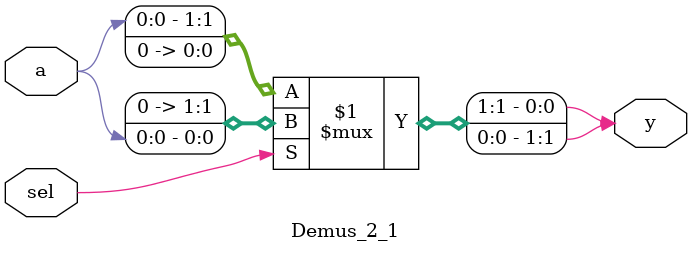
<source format=v>
`timescale 1ns / 1ps
module Demus_2_1(input a,sel,output[1:0]y);
	 
assign {y[0],y[1]}=sel?{1'b0,a}:{a,1'b0};


endmodule

</source>
